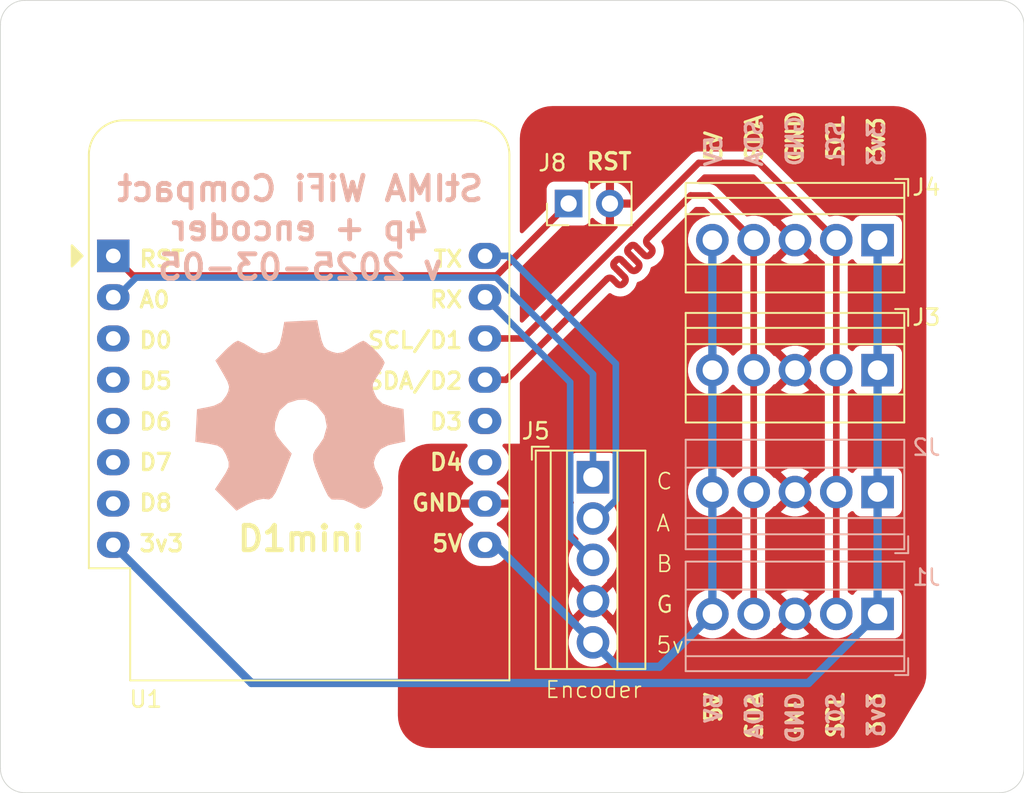
<source format=kicad_pcb>
(kicad_pcb (version 20241229) (generator "pcbnew") (generator_version "9.0")
  (layers (0 "F.Cu" signal) (2 "B.Cu" signal) (13 "F.Paste" user) (15 "B.Paste" user) (5 "F.SilkS" user "F.Silkscreen") (7 "B.SilkS" user "B.Silkscreen") (1 "F.Mask" user) (3 "B.Mask" user) (25 "Edge.Cuts" user))
  (net 0 "")
  (net 1 "3v3")
  (net 2 "SDA")
  (net 3 "SCL")
  (net 4 "GND")
  (net 5 "5v")
  (net 6 "enc A")
  (net 7 "enc CLK")
  (net 8 "Net-(J8-Pin_1)")
  (net 9 "enc B")
  (footprint "MountingHole:MountingHole_3.2mm_M3" (layer "F.Cu") (at 204.75 49.25)
    (property "Reference" "H1" (hide yes))
    (property "Value" "MountingHole" (hide yes))
    (pad "" np_thru_hole circle (at 0 0) (size 3.2 3.2) (drill 3.2) (layers "*.Cu" "*.Mask"))
  )
  (footprint "TerminalBlock:TerminalBlock_Xinya_XY308-2.54-5P_1x05_P2.54mm_Horizontal" (layer "F.Cu") (at 182 74.84 -90)
    (property "Reference" "J5" (at -2.84 3.52 0) (layer "F.SilkS"))
    (property "Value" "Screw_Terminal_01x05" (hide yes))
    (fp_line (start -1.88 3.76) (end -1.08 3.76) (stroke (width 0.12)) (layer "F.SilkS"))
    (fp_line (start -1.64 3.52) (end 11.8 3.52) (stroke (width 0.12)) (layer "F.SilkS"))
    (fp_line (start -1.88 2.72) (end -1.88 3.76) (stroke (width 0.12)) (layer "F.SilkS"))
    (fp_line (start -1.64 2.6) (end 11.8 2.6) (stroke (width 0.12)) (layer "F.SilkS"))
    (fp_line (start -1.64 1.6) (end 11.8 1.6) (stroke (width 0.12)) (layer "F.SilkS"))
    (fp_line (start -1.64 -1.501) (end 11.8 -1.501) (stroke (width 0.12)) (layer "F.SilkS"))
    (fp_line (start -1.64 -3.22) (end -1.64 3.52) (stroke (width 0.12)) (layer "F.SilkS"))
    (fp_line (start -1.64 -3.22) (end 11.8 -3.22) (stroke (width 0.12)) (layer "F.SilkS"))
    (fp_line (start 11.8 -3.22) (end 11.8 3.52) (stroke (width 0.12)) (layer "F.SilkS"))
    (pad "1" thru_hole rect (at 0 0 270) (size 2 2) (drill 1.2) (layers "*.Cu" "*.Mask") (net 7 "enc CLK"))
    (pad "2" thru_hole circle (at 2.54 0 270) (size 2 2) (drill 1.2) (layers "*.Cu" "*.Mask") (net 6 "enc A"))
    (pad "3" thru_hole circle (at 5.08 0 270) (size 2 2) (drill 1.2) (layers "*.Cu" "*.Mask") (net 9 "enc B"))
    (pad "4" thru_hole circle (at 7.62 0 270) (size 2 2) (drill 1.2) (layers "*.Cu" "*.Mask") (net 4 "GND"))
    (pad "5" thru_hole circle (at 10.16 0 270) (size 2 2) (drill 1.2) (layers "*.Cu" "*.Mask") (net 5 "5v"))
  )
  (footprint "MountingHole:MountingHole_3.2mm_M3" (layer "F.Cu") (at 149.25 49.25)
    (property "Reference" "H4" (hide yes))
    (property "Value" "MountingHole" (hide yes))
    (pad "" np_thru_hole circle (at 0 0) (size 3.2 3.2) (drill 3.2) (layers "*.Cu" "*.Mask"))
  )
  (footprint "RF_Module:WEMOS_D1_mini_light" (layer "F.Cu") (at 152.5 61.22)
    (property "Reference" "U1" (at 2 27.28 0) (layer "F.SilkS"))
    (property "Value" "WEMOS_D1_mini")
    (fp_line (start -1.5 19.22) (end -1.5 -6.21) (stroke (width 0.12)) (layer "F.SilkS"))
    (fp_line (start -1.5 19.22) (end 1.04 19.22) (stroke (width 0.12)) (layer "F.SilkS"))
    (fp_line (start 1.04 19.22) (end 1.04 26.12) (stroke (width 0.12)) (layer "F.SilkS"))
    (fp_line (start 1.04 26.12) (end 24.36 26.12) (stroke (width 0.12)) (layer "F.SilkS"))
    (fp_line (start 22.24 -8.34) (end 0.63 -8.34) (stroke (width 0.12)) (layer "F.SilkS"))
    (fp_line (start 24.36 26.12) (end 24.36 -6.21) (stroke (width 0.12)) (layer "F.SilkS"))
    (fp_arc (start -1.5 -6.21) (mid -0.876137 -7.716137) (end 0.63 -8.34) (stroke (width 0.12)) (layer "F.SilkS"))
    (fp_arc (start 22.23 -8.34) (mid 23.736137 -7.716137) (end 24.36 -6.21) (stroke (width 0.12)) (layer "F.SilkS"))
    (fp_poly (pts (xy -2.54 -0.635) (xy -2.54 0.635) (xy -1.905 0)) (stroke (width 0.15)) (fill yes) (layer "F.SilkS"))
    (pad "1" thru_hole rect (at 0 0) (size 2 2) (drill 0.9) (layers "*.Cu" "*.Mask") (net 8 "Net-(J8-Pin_1)"))
    (pad "2" thru_hole oval (at 0 2.54) (size 2 1.6) (drill 0.9) (layers "*.Cu" "*.Mask") (net 7 "enc CLK"))
    (pad "3" thru_hole oval (at 0 5.08) (size 2 1.6) (drill 0.9) (layers "*.Cu" "*.Mask"))
    (pad "4" thru_hole oval (at 0 7.62) (size 2 1.6) (drill 0.9) (layers "*.Cu" "*.Mask"))
    (pad "5" thru_hole oval (at 0 10.16) (size 2 1.6) (drill 0.9) (layers "*.Cu" "*.Mask"))
    (pad "6" thru_hole oval (at 0 12.7) (size 2 1.6) (drill 0.9) (layers "*.Cu" "*.Mask"))
    (pad "7" thru_hole oval (at 0 15.24) (size 2 1.6) (drill 0.9) (layers "*.Cu" "*.Mask"))
    (pad "8" thru_hole oval (at 0 17.78) (size 2 1.6) (drill 0.9) (layers "*.Cu" "*.Mask") (net 1 "3v3"))
    (pad "9" thru_hole oval (at 22.86 17.78) (size 2 1.6) (drill 0.9) (layers "*.Cu" "*.Mask") (net 5 "5v"))
    (pad "10" thru_hole oval (at 22.86 15.24) (size 2 1.6) (drill 0.9) (layers "*.Cu" "*.Mask") (net 4 "GND"))
    (pad "11" thru_hole oval (at 22.86 12.7) (size 2 1.6) (drill 0.9) (layers "*.Cu" "*.Mask"))
    (pad "12" thru_hole oval (at 22.86 10.16) (size 2 1.6) (drill 0.9) (layers "*.Cu" "*.Mask"))
    (pad "13" thru_hole oval (at 22.86 7.62) (size 2 1.6) (drill 0.9) (layers "*.Cu" "*.Mask") (net 2 "SDA"))
    (pad "14" thru_hole oval (at 22.86 5.08) (size 2 1.6) (drill 0.9) (layers "*.Cu" "*.Mask") (net 3 "SCL"))
    (pad "15" thru_hole oval (at 22.86 2.54) (size 2 1.6) (drill 0.9) (layers "*.Cu" "*.Mask") (net 9 "enc B"))
    (pad "16" thru_hole oval (at 22.86 0) (size 2 1.6) (drill 0.9) (layers "*.Cu" "*.Mask") (net 6 "enc A"))
    (zone (net 0) (net_name "") (layers "F.Cu" "B.Cu" "Dwgs.User") (name "No Copper") (connect_pads (clearance 0)) (min_thickness 0.25)
      (keepout (tracks not_allowed) (vias not_allowed) (pads not_allowed) (copperpour not_allowed) (footprints not_allowed))
      (fill (thermal_gap 0.5) (thermal_bridge_width 0.5))
      (polygon (pts (xy 151.15 53.02) (xy 176.75 53.02) (xy 176.75 59.82) (xy 151.15 59.82)))
    )
  )
  (footprint "TerminalBlock:TerminalBlock_Xinya_XY308-2.54-5P_1x05_P2.54mm_Horizontal" (layer "F.Cu") (at 199.5 60.25 180)
    (property "Reference" "J4" (at -3 3.25 0) (layer "F.SilkS"))
    (property "Value" "Screw_Terminal_01x05" (hide yes))
    (fp_line (start 11.8 -3.22) (end 11.8 3.52) (stroke (width 0.12)) (layer "F.SilkS"))
    (fp_line (start -1.64 3.52) (end 11.8 3.52) (stroke (width 0.12)) (layer "F.SilkS"))
    (fp_line (start -1.64 2.6) (end 11.8 2.6) (stroke (width 0.12)) (layer "F.SilkS"))
    (fp_line (start -1.64 1.6) (end 11.8 1.6) (stroke (width 0.12)) (layer "F.SilkS"))
    (fp_line (start -1.64 -1.501) (end 11.8 -1.501) (stroke (width 0.12)) (layer "F.SilkS"))
    (fp_line (start -1.64 -3.22) (end 11.8 -3.22) (stroke (width 0.12)) (layer "F.SilkS"))
    (fp_line (start -1.64 -3.22) (end -1.64 3.52) (stroke (width 0.12)) (layer "F.SilkS"))
    (fp_line (start -1.88 3.76) (end -1.08 3.76) (stroke (width 0.12)) (layer "F.SilkS"))
    (fp_line (start -1.88 2.72) (end -1.88 3.76) (stroke (width 0.12)) (layer "F.SilkS"))
    (pad "1" thru_hole rect (at 0 0 180) (size 2 2) (drill 1.2) (layers "*.Cu" "*.Mask") (net 1 "3v3"))
    (pad "2" thru_hole circle (at 2.54 0 180) (size 2 2) (drill 1.2) (layers "*.Cu" "*.Mask") (net 3 "SCL"))
    (pad "3" thru_hole circle (at 5.08 0 180) (size 2 2) (drill 1.2) (layers "*.Cu" "*.Mask") (net 4 "GND"))
    (pad "4" thru_hole circle (at 7.62 0 180) (size 2 2) (drill 1.2) (layers "*.Cu" "*.Mask") (net 2 "SDA"))
    (pad "5" thru_hole circle (at 10.16 0 180) (size 2 2) (drill 1.2) (layers "*.Cu" "*.Mask") (net 5 "5v"))
  )
  (footprint "Connector_PinHeader_2.54mm:PinHeader_1x02_P2.54mm_Vertical" (layer "F.Cu") (at 180.5 58 90)
    (property "Reference" "J8" (at 2.5 -1 180) (layer "F.SilkS"))
    (property "Value" "Conn_01x02" (hide yes))
    (fp_line (start -1.33 -1.33) (end 0 -1.33) (stroke (width 0.12)) (layer "F.SilkS"))
    (fp_line (start -1.33 0) (end -1.33 -1.33) (stroke (width 0.12)) (layer "F.SilkS"))
    (fp_line (start 1.33 1.27) (end 1.33 3.87) (stroke (width 0.12)) (layer "F.SilkS"))
    (fp_line (start -1.33 1.27) (end 1.33 1.27) (stroke (width 0.12)) (layer "F.SilkS"))
    (fp_line (start -1.33 1.27) (end -1.33 3.87) (stroke (width 0.12)) (layer "F.SilkS"))
    (fp_line (start -1.33 3.87) (end 1.33 3.87) (stroke (width 0.12)) (layer "F.SilkS"))
    (pad "1" thru_hole rect (at 0 0 90) (size 1.7 1.7) (drill 1) (layers "*.Cu" "*.Mask") (net 8 "Net-(J8-Pin_1)"))
    (pad "2" thru_hole oval (at 0 2.54 90) (size 1.7 1.7) (drill 1) (layers "*.Cu" "*.Mask") (net 4 "GND"))
  )
  (footprint "MountingHole:MountingHole_3.2mm_M3" (layer "F.Cu") (at 204.75 90.5)
    (property "Reference" "H2" (hide yes))
    (property "Value" "MountingHole" (hide yes))
    (pad "" np_thru_hole circle (at 0 0) (size 3.2 3.2) (drill 3.2) (layers "*.Cu" "*.Mask"))
  )
  (footprint "MountingHole:MountingHole_3.2mm_M3" (layer "F.Cu") (at 149.25 90.5)
    (property "Reference" "H3" (hide yes))
    (property "Value" "MountingHole" (hide yes))
    (pad "" np_thru_hole circle (at 0 0) (size 3.2 3.2) (drill 3.2) (layers "*.Cu" "*.Mask"))
  )
  (footprint "TerminalBlock:TerminalBlock_Xinya_XY308-2.54-5P_1x05_P2.54mm_Horizontal" (layer "F.Cu") (at 199.5 68.25 180)
    (property "Reference" "J3" (at -3 3.25 0) (layer "F.SilkS"))
    (property "Value" "Screw_Terminal_01x05" (hide yes))
    (fp_line (start 11.8 -3.22) (end 11.8 3.52) (stroke (width 0.12)) (layer "F.SilkS"))
    (fp_line (start -1.64 3.52) (end 11.8 3.52) (stroke (width 0.12)) (layer "F.SilkS"))
    (fp_line (start -1.64 2.6) (end 11.8 2.6) (stroke (width 0.12)) (layer "F.SilkS"))
    (fp_line (start -1.64 1.6) (end 11.8 1.6) (stroke (width 0.12)) (layer "F.SilkS"))
    (fp_line (start -1.64 -1.501) (end 11.8 -1.501) (stroke (width 0.12)) (layer "F.SilkS"))
    (fp_line (start -1.64 -3.22) (end 11.8 -3.22) (stroke (width 0.12)) (layer "F.SilkS"))
    (fp_line (start -1.64 -3.22) (end -1.64 3.52) (stroke (width 0.12)) (layer "F.SilkS"))
    (fp_line (start -1.88 3.76) (end -1.08 3.76) (stroke (width 0.12)) (layer "F.SilkS"))
    (fp_line (start -1.88 2.72) (end -1.88 3.76) (stroke (width 0.12)) (layer "F.SilkS"))
    (pad "1" thru_hole rect (at 0 0 180) (size 2 2) (drill 1.2) (layers "*.Cu" "*.Mask") (net 1 "3v3"))
    (pad "2" thru_hole circle (at 2.54 0 180) (size 2 2) (drill 1.2) (layers "*.Cu" "*.Mask") (net 3 "SCL"))
    (pad "3" thru_hole circle (at 5.08 0 180) (size 2 2) (drill 1.2) (layers "*.Cu" "*.Mask") (net 4 "GND"))
    (pad "4" thru_hole circle (at 7.62 0 180) (size 2 2) (drill 1.2) (layers "*.Cu" "*.Mask") (net 2 "SDA"))
    (pad "5" thru_hole circle (at 10.16 0 180) (size 2 2) (drill 1.2) (layers "*.Cu" "*.Mask") (net 5 "5v"))
  )
  (footprint "Stima.Library:ohlogo" (layer "B.Cu") (at 164 71 180)
    (property "Reference" "Open Hardvare Logo" (hide yes))
    (property "Value" "LOGO" (hide yes))
    (fp_poly (pts (xy -0.029664 5.777109) (xy 0.981776 5.723944) (xy 1.130032 4.908571) (xy 1.265862 4.371903) (xy 1.476243 4.069883) (xy 1.822621 3.887736) (xy 2.213072 3.783076) (xy 2.549361 3.84563) (xy 2.991787 4.106896) (xy 3.013731 4.121771) (xy 3.452716 4.392287) (xy 3.783165 4.547107) (xy 3.852207 4.561268) (xy 4.081277 4.442138) (xy 4.442611 4.140257) (xy 4.633535 3.952925) (xy 5.223165 3.344581) (xy 4.747653 2.533182) (xy 4.476487 2.043012) (xy 4.376255 1.723484) (xy 4.427564 1.442327) (xy 4.549912 1.184634) (xy 4.847529 0.789572) (xy 5.303519 0.565373) (xy 5.588841 0.497674) (xy 6.349999 0.347863) (xy 6.403001 -0.654164) (xy 6.456003 -1.656191) (xy 5.628167 -1.780333) (xy 5.094419 -1.893305) (xy 4.787392 -2.084388) (xy 4.576225 -2.442575) (xy 4.54419 -2.517505) (xy 4.404533 -2.910754) (xy 4.410194 -3.213188) (xy 4.586109 -3.5736) (xy 4.768611 -3.856714) (xy 5.249173 -4.582892) (xy 4.587903 -5.242854) (xy 3.926634 -5.902817) (xy 3.207911 -5.490684) (xy 2.697792 -5.258447) (xy 2.273915 -5.168586) (xy 2.164214 -5.181695) (xy 1.931179 -5.210719) (xy 1.728425 -5.097371) (xy 1.517606 -4.789493) (xy 1.260375 -4.234925) (xy 1.006598 -3.607098) (xy 0.526048 -2.384619) (xy 1.086854 -1.745897) (xy 1.437634 -1.290932) (xy 1.570743 -0.912287) (xy 1.545047 -0.474843) (xy 1.281507 0.250465) (xy 0.76672 0.721141) (xy 0.158284 0.917844) (xy -0.336311 0.933985) (xy -0.759543 0.752511) (xy -1.038418 0.538473) (xy -1.499541 -0.050373) (xy -1.630875 -0.728103) (xy -1.430286 -1.439988) (xy -1.132765 -1.881096) (xy -0.910461 -2.168341) (xy -0.79305 -2.432676) (xy -0.789703 -2.74666) (xy -0.909594 -3.182857) (xy -1.161896 -3.813827) (xy -1.464626 -4.506218) (xy -1.707369 -4.990439) (xy -1.917114 -5.20448) (xy -2.169277 -5.219087) (xy -2.213705 -5.208882) (xy -2.663906 -5.237036) (xy -3.186577 -5.461629) (xy -3.651455 -5.721763) (xy -3.962926 -5.783797) (xy -4.26624 -5.646576) (xy -4.526573 -5.450968) (xy -4.974558 -4.982728) (xy -5.098758 -4.491274) (xy -4.912215 -3.897056) (xy -4.811793 -3.711333) (xy -4.574496 -3.253039) (xy -4.518328 -2.933329) (xy -4.624834 -2.593888) (xy -4.670225 -2.496745) (xy -4.947692 -2.109262) (xy -5.39044 -1.88231) (xy -5.689598 -1.806648) (xy -6.455671 -1.645042) (xy -6.402836 -0.643733) (xy -6.350001 0.357576) (xy -5.61315 0.512303) (xy -5.063596 0.694182) (xy -4.728516 1.011567) (xy -4.607798 1.230082) (xy -4.453643 1.613813) (xy -4.467129 1.906898) (xy -4.669909 2.273889) (xy -4.763311 2.411942) (xy -5.029062 2.842793) (xy -5.176651 3.16561) (xy -5.187325 3.2243) (xy -5.066515 3.452221) (xy -4.771831 3.803066) (xy -4.40489 4.173509) (xy -4.067311 4.46022) (xy -3.872488 4.561268) (xy -3.653005 4.468771) (xy -3.264044 4.236768) (xy -3.102399 4.129802) (xy -2.637061 3.859563) (xy -2.274013 3.799198) (xy -1.956522 3.876442) (xy -1.647543 4.012935) (xy -1.449309 4.218123) (xy -1.307117 4.585678) (xy -1.166268 5.209269) (xy -1.159963 5.24049) (xy -1.041105 5.830274)) (fill yes) (layer "B.SilkS"))
  )
  (footprint "TerminalBlock:TerminalBlock_Xinya_XY308-2.54-5P_1x05_P2.54mm_Horizontal" (layer "B.Cu") (at 199.5 83.25 180)
    (property "Reference" "J1" (hide yes))
    (property "Value" "Screw_Terminal_01x05" (hide yes))
    (fp_line (start 11.8 3.22) (end 11.8 -3.52) (stroke (width 0.12)) (layer "B.SilkS"))
    (fp_line (start -1.64 3.22) (end 11.8 3.22) (stroke (width 0.12)) (layer "B.SilkS"))
    (fp_line (start -1.64 3.22) (end -1.64 -3.52) (stroke (width 0.12)) (layer "B.SilkS"))
    (fp_line (start -1.64 1.501) (end 11.8 1.501) (stroke (width 0.12)) (layer "B.SilkS"))
    (fp_line (start -1.64 -1.6) (end 11.8 -1.6) (stroke (width 0.12)) (layer "B.SilkS"))
    (fp_line (start -1.64 -2.6) (end 11.8 -2.6) (stroke (width 0.12)) (layer "B.SilkS"))
    (fp_line (start -1.64 -3.52) (end 11.8 -3.52) (stroke (width 0.12)) (layer "B.SilkS"))
    (fp_line (start -1.88 -2.72) (end -1.88 -3.76) (stroke (width 0.12)) (layer "B.SilkS"))
    (fp_line (start -1.88 -3.76) (end -1.08 -3.76) (stroke (width 0.12)) (layer "B.SilkS"))
    (pad "1" thru_hole rect (at 0 0 180) (size 2 2) (drill 1.2) (layers "*.Cu" "*.Mask") (net 1 "3v3"))
    (pad "2" thru_hole circle (at 2.54 0 180) (size 2 2) (drill 1.2) (layers "*.Cu" "*.Mask") (net 3 "SCL"))
    (pad "3" thru_hole circle (at 5.08 0 180) (size 2 2) (drill 1.2) (layers "*.Cu" "*.Mask") (net 4 "GND"))
    (pad "4" thru_hole circle (at 7.62 0 180) (size 2 2) (drill 1.2) (layers "*.Cu" "*.Mask") (net 2 "SDA"))
    (pad "5" thru_hole circle (at 10.16 0 180) (size 2 2) (drill 1.2) (layers "*.Cu" "*.Mask") (net 5 "5v"))
  )
  (footprint "TerminalBlock:TerminalBlock_Xinya_XY308-2.54-5P_1x05_P2.54mm_Horizontal" (layer "B.Cu") (at 199.5 75.75 180)
    (property "Reference" "J2" (at -3 2.75 0) (layer "B.SilkS") (effects (justify mirror)))
    (property "Value" "Screw_Terminal_01x05" (hide yes))
    (fp_line (start 11.8 3.22) (end 11.8 -3.52) (stroke (width 0.12)) (layer "B.SilkS"))
    (fp_line (start -1.64 3.22) (end 11.8 3.22) (stroke (width 0.12)) (layer "B.SilkS"))
    (fp_line (start -1.64 3.22) (end -1.64 -3.52) (stroke (width 0.12)) (layer "B.SilkS"))
    (fp_line (start -1.64 1.501) (end 11.8 1.501) (stroke (width 0.12)) (layer "B.SilkS"))
    (fp_line (start -1.64 -1.6) (end 11.8 -1.6) (stroke (width 0.12)) (layer "B.SilkS"))
    (fp_line (start -1.64 -2.6) (end 11.8 -2.6) (stroke (width 0.12)) (layer "B.SilkS"))
    (fp_line (start -1.64 -3.52) (end 11.8 -3.52) (stroke (width 0.12)) (layer "B.SilkS"))
    (fp_line (start -1.88 -2.72) (end -1.88 -3.76) (stroke (width 0.12)) (layer "B.SilkS"))
    (fp_line (start -1.88 -3.76) (end -1.08 -3.76) (stroke (width 0.12)) (layer "B.SilkS"))
    (pad "1" thru_hole rect (at 0 0 180) (size 2 2) (drill 1.2) (layers "*.Cu" "*.Mask") (net 1 "3v3"))
    (pad "2" thru_hole circle (at 2.54 0 180) (size 2 2) (drill 1.2) (layers "*.Cu" "*.Mask") (net 3 "SCL"))
    (pad "3" thru_hole circle (at 5.08 0 180) (size 2 2) (drill 1.2) (layers "*.Cu" "*.Mask") (net 4 "GND"))
    (pad "4" thru_hole circle (at 7.62 0 180) (size 2 2) (drill 1.2) (layers "*.Cu" "*.Mask") (net 2 "SDA"))
    (pad "5" thru_hole circle (at 10.16 0 180) (size 2 2) (drill 1.2) (layers "*.Cu" "*.Mask") (net 5 "5v"))
  )
  (gr_line (start 208.5 47) (end 208.5 92.75) (stroke (width 0.05)) (layer "Edge.Cuts"))
  (gr_arc (start 208.5 92.75) (mid 208.06066 93.81066) (end 207 94.25) (stroke (width 0.05)) (layer "Edge.Cuts"))
  (gr_arc (start 145.56066 47) (mid 146 45.93934) (end 147.06066 45.5) (stroke (width 0.05)) (layer "Edge.Cuts"))
  (gr_line (start 145.56066 92.75) (end 145.560661 47) (stroke (width 0.05)) (layer "Edge.Cuts"))
  (gr_arc (start 147.06066 94.25) (mid 146 93.81066) (end 145.56066 92.75) (stroke (width 0.05)) (layer "Edge.Cuts"))
  (gr_arc (start 207 45.5) (mid 208.06066 45.93934) (end 208.5 47) (stroke (width 0.05)) (layer "Edge.Cuts"))
  (gr_line (start 147.06066 45.5) (end 207 45.5) (stroke (width 0.05)) (layer "Edge.Cuts"))
  (gr_line (start 207 94.25) (end 147.06066 94.25) (stroke (width 0.05)) (layer "Edge.Cuts"))
  (gr_text "D3" (at 171.857143 72 0) (layer "F.SilkS") (effects (font (size 1 1) (thickness 0.2) (bold yes)) (justify left bottom)))
  (gr_text "GND" (at 195 91.285714 90) (layer "F.SilkS") (effects (font (size 1 1) (thickness 0.2) (bold yes)) (justify left bottom)))
  (gr_text "GND" (at 195 55.5 90) (layer "F.SilkS") (effects (font (size 1 1) (thickness 0.2) (bold yes)) (justify left bottom)))
  (gr_text "D5" (at 154 69.5 0) (layer "F.SilkS") (effects (font (size 1 1) (thickness 0.2) (bold yes)) (justify left bottom)))
  (gr_text "D0" (at 154 67 0) (layer "F.SilkS") (effects (font (size 1 1) (thickness 0.2) (bold yes)) (justify left bottom)))
  (gr_text "A" (at 185.823953 78.254976 0) (layer "F.SilkS") (effects (font (size 1 1) (thickness 0.1)) (justify left bottom)))
  (gr_text "Encoder" (at 179 88.5 0) (layer "F.SilkS") (effects (font (size 1 1) (thickness 0.1)) (justify left bottom)))
  (gr_text "3v3" (at 200 90.904762 90) (layer "F.SilkS") (effects (font (size 1 1) (thickness 0.2) (bold yes)) (justify left bottom)))
  (gr_text "D1mini" (at 160 79.5 0) (layer "F.SilkS") (effects (font (size 1.5 1.5) (thickness 0.3) (bold yes)) (justify left bottom)))
  (gr_text "SDA" (at 192.5 91.047619 90) (layer "F.SilkS") (effects (font (size 1 1) (thickness 0.2) (bold yes)) (justify left bottom)))
  (gr_text "D8" (at 154 77 0) (layer "F.SilkS") (effects (font (size 1 1) (thickness 0.2) (bold yes)) (justify left bottom)))
  (gr_text "TX" (at 172.095238 62 0) (layer "F.SilkS") (effects (font (size 1 1) (thickness 0.2) (bold yes)) (justify left bottom)))
  (gr_text "A0" (at 154 64.5 0) (layer "F.SilkS") (effects (font (size 1 1) (thickness 0.2) (bold yes)) (justify left bottom)))
  (gr_text "B" (at 185.823953 80.754976 0) (layer "F.SilkS") (effects (font (size 1 1) (thickness 0.1)) (justify left bottom)))
  (gr_text "C" (at 185.823953 75.673469 0) (layer "F.SilkS") (effects (font (size 1 1) (thickness 0.1)) (justify left bottom)))
  (gr_text "RX" (at 171.857143 64.5 0) (layer "F.SilkS") (effects (font (size 1 1) (thickness 0.2) (bold yes)) (justify left bottom)))
  (gr_text "5V" (at 172 79.5 0) (layer "F.SilkS") (effects (font (size 1 1) (thickness 0.2) (bold yes)) (justify left bottom)))
  (gr_text "SCL/D1" (at 168.047619 67 0) (layer "F.SilkS") (effects (font (size 1 1) (thickness 0.2) (bold yes)) (justify left bottom)))
  (gr_text "D6" (at 154 72 0) (layer "F.SilkS") (effects (font (size 1 1) (thickness 0.2) (bold yes)) (justify left bottom)))
  (gr_text "RST" (at 181.5 56 0) (layer "F.SilkS") (effects (font (size 1 1) (thickness 0.2) (bold yes)) (justify left bottom)))
  (gr_text "GND" (at 170.761905 77 0) (layer "F.SilkS") (effects (font (size 1 1) (thickness 0.2) (bold yes)) (justify left bottom)))
  (gr_text "D7" (at 154 74.5 0) (layer "F.SilkS") (effects (font (size 1 1) (thickness 0.2) (bold yes)) (justify left bottom)))
  (gr_text "3v3" (at 154 79.5 0) (layer "F.SilkS") (effects (font (size 1 1) (thickness 0.2) (bold yes)) (justify left bottom)))
  (gr_text "RST" (at 154 62 0) (layer "F.SilkS") (effects (font (size 1 1) (thickness 0.2) (bold yes)) (justify left bottom)))
  (gr_text "D4" (at 171.857143 74.5 0) (layer "F.SilkS") (effects (font (size 1 1) (thickness 0.2) (bold yes)) (justify left bottom)))
  (gr_text "SDA/D2" (at 168 69.5 0) (layer "F.SilkS") (effects (font (size 1 1) (thickness 0.2) (bold yes)) (justify left bottom)))
  (gr_text "SCL" (at 197.5 91 90) (layer "F.SilkS") (effects (font (size 1 1) (thickness 0.2) (bold yes)) (justify left bottom)))
  (gr_text "5v" (at 185.823953 85.754976 0) (layer "F.SilkS") (effects (font (size 1 1) (thickness 0.1)) (justify left bottom)))
  (gr_text "5V" (at 190 55.5 90) (layer "F.SilkS") (effects (font (size 1 1) (thickness 0.2) (bold yes)) (justify left bottom)))
  (gr_text "SDA" (at 192.5 55.5 90) (layer "F.SilkS") (effects (font (size 1 1) (thickness 0.2) (bold yes)) (justify left bottom)))
  (gr_text "SCL" (at 197.5 55.5 90) (layer "F.SilkS") (effects (font (size 1 1) (thickness 0.2) (bold yes)) (justify left bottom)))
  (gr_text "3v3" (at 200 55.5 90) (layer "F.SilkS") (effects (font (size 1 1) (thickness 0.2) (bold yes)) (justify left bottom)))
  (gr_text "5V" (at 190 90.047619 90) (layer "F.SilkS") (effects (font (size 1 1) (thickness 0.2) (bold yes)) (justify left bottom)))
  (gr_text "G" (at 185.823953 83.254976 0) (layer "F.SilkS") (effects (font (size 1 1) (thickness 0.125)) (justify left bottom)))
  (gr_text "5V" (at 190 88 90) (layer "B.SilkS") (effects (font (size 1 1) (thickness 0.2) (bold yes)) (justify left bottom mirror)))
  (gr_text "3v3" (at 200 88 90) (layer "B.SilkS") (effects (font (size 1 1) (thickness 0.2) (bold yes)) (justify left bottom mirror)))
  (gr_text "SDA" (at 192.5 88 90) (layer "B.SilkS") (effects (font (size 1 1) (thickness 0.2) (bold yes)) (justify left bottom mirror)))
  (gr_text "SCL" (at 197.5 52.785714 90) (layer "B.SilkS") (effects (font (size 1 1) (thickness 0.2) (bold yes)) (justify left bottom mirror)))
  (gr_text "5V" (at 190 53.738095 90) (layer "B.SilkS") (effects (font (size 1 1) (thickness 0.2) (bold yes)) (justify left bottom mirror)))
  (gr_text "J1" (at 202.5 81 0) (layer "B.SilkS") (effects (font (size 1 1)) (justify mirror)))
  (gr_text "StIMA WiFi Compact\n4p + encoder\nv 2025-03-05" (at 164 59.5 0) (layer "B.SilkS") (effects (font (size 1.5 1.5) (thickness 0.3) (bold yes)) (justify mirror)))
  (gr_text "GND" (at 195 88 90) (layer "B.SilkS") (effects (font (size 1 1) (thickness 0.2) (bold yes)) (justify left bottom mirror)))
  (gr_text "SCL" (at 197.5 88 90) (layer "B.SilkS") (effects (font (size 1 1) (thickness 0.2) (bold yes)) (justify left bottom mirror)))
  (gr_text "SDA" (at 192.5 52.738095 90) (layer "B.SilkS") (effects (font (size 1 1) (thickness 0.2) (bold yes)) (justify left bottom mirror)))
  (gr_text "GND" (at 195 52.5 90) (layer "B.SilkS") (effects (font (size 1 1) (thickness 0.2) (bold yes)) (justify left bottom mirror)))
  (gr_text "3v3" (at 200 52.880952 90) (layer "B.SilkS") (effects (font (size 1 1) (thickness 0.2) (bold yes)) (justify left bottom mirror)))
  (segment (start 199.5 83.25) (end 199.5 75.75) (width 0.508) (layer "B.Cu") (net 1))
  (segment (start 195.25 87.5) (end 199.5 83.25) (width 0.508) (layer "B.Cu") (net 1))
  (segment (start 199.5 75.75) (end 199.5 68.25) (width 0.508) (layer "B.Cu") (net 1))
  (segment (start 152.5 79) (end 161 87.5) (width 0.508) (layer "B.Cu") (net 1))
  (segment (start 199.5 68.25) (end 199.5 60.25) (width 0.508) (layer "B.Cu") (net 1))
  (segment (start 161 87.5) (end 195.25 87.5) (width 0.508) (layer "B.Cu") (net 1))
  (segment (start 185.43101 60.068989) (end 185.633864 59.866136) (width 0.4064) (layer "F.Cu") (net 2))
  (segment (start 185.633864 59.866136) (end 188 57.5) (width 0.4064) (layer "F.Cu") (net 2))
  (segment (start 185.495 61.162074) (end 185.580758 61.076315) (width 0.4064) (layer "F.Cu") (net 2))
  (segment (start 185.580758 60.733283) (end 185.345251 60.497776) (width 0.4064) (layer "F.Cu") (net 2))
  (segment (start 184.916462 60.926568) (end 185.151968 61.162074) (width 0.4064) (layer "F.Cu") (net 2))
  (segment (start 183.887368 61.612635) (end 183.887366 61.612634) (width 0.4064) (layer "F.Cu") (net 2))
  (segment (start 184.172472 60.752792) (end 184.313896 60.611369) (width 0.4064) (layer "F.Cu") (net 2))
  (segment (start 183.630088 62.212939) (end 183.458573 62.041424) (width 0.4064) (layer "F.Cu") (net 2))
  (segment (start 191.88 75.75) (end 191.88 83.25) (width 0.4064) (layer "F.Cu") (net 2))
  (segment (start 176.66 68.84) (end 182.85827 62.64173) (width 0.4064) (layer "F.Cu") (net 2))
  (segment (start 184.689592 62.071828) (end 184.77535 61.986069) (width 0.4064) (layer "F.Cu") (net 2))
  (segment (start 183.314891 61.610373) (end 183.456315 61.46895) (width 0.4064) (layer "F.Cu") (net 2))
  (segment (start 183.93082 62.513671) (end 183.630088 62.212939) (width 0.4064) (layer "F.Cu") (net 2))
  (segment (start 184.744949 60.755054) (end 184.744947 60.755053) (width 0.4064) (layer "F.Cu") (net 2))
  (segment (start 184.77535 61.643037) (end 184.316155 61.183842) (width 0.4064) (layer "F.Cu") (net 2))
  (segment (start 183.845063 62.942461) (end 183.93082 62.856703) (width 0.4064) (layer "F.Cu") (net 2))
  (segment (start 185.345251 60.154745) (end 185.43101 60.068989) (width 0.4064) (layer "F.Cu") (net 2))
  (segment (start 175.36 68.84) (end 176.66 68.84) (width 0.4064) (layer "F.Cu") (net 2))
  (segment (start 184.316155 61.183842) (end 184.316156 61.183844) (width 0.4064) (layer "F.Cu") (net 2))
  (segment (start 184.744947 60.755053) (end 184.916462 60.926568) (width 0.4064) (layer "F.Cu") (net 2))
  (segment (start 183.887366 61.612634) (end 184.34656 62.071828) (width 0.4064) (layer "F.Cu") (net 2))
  (segment (start 183.458573 62.041424) (end 183.458575 62.041425) (width 0.4064) (layer "F.Cu") (net 2))
  (segment (start 191.88 68.25) (end 191.88 75.75) (width 0.4064) (layer "F.Cu") (net 2))
  (segment (start 184.316156 61.183844) (end 184.172472 61.04016) (width 0.4064) (layer "F.Cu") (net 2))
  (segment (start 184.601264 60.611369) (end 184.744949 60.755054) (width 0.4064) (layer "F.Cu") (net 2))
  (segment (start 188 57.5) (end 189.13 57.5) (width 0.4064) (layer "F.Cu") (net 2))
  (segment (start 189.13 57.5) (end 191.88 60.25) (width 0.4064) (layer "F.Cu") (net 2))
  (segment (start 183.201301 62.64173) (end 183.502032 62.942461) (width 0.4064) (layer "F.Cu") (net 2))
  (segment (start 183.743683 61.46895) (end 183.887368 61.612635) (width 0.4064) (layer "F.Cu") (net 2))
  (segment (start 191.88 60.25) (end 191.88 68.25) (width 0.4064) (layer "F.Cu") (net 2))
  (segment (start 183.458575 62.041425) (end 183.314891 61.897741) (width 0.4064) (layer "F.Cu") (net 2))
  (arc (start 184.34656 62.071828) (mid 184.518076 62.142872) (end 184.689592 62.071828) (width 0.4064) (layer "F.Cu") (net 2))
  (arc (start 183.456315 61.46895) (mid 183.599999 61.409434) (end 183.743683 61.46895) (width 0.4064) (layer "F.Cu") (net 2))
  (arc (start 183.502032 62.942461) (mid 183.673548 63.013505) (end 183.845063 62.942461) (width 0.4064) (layer "F.Cu") (net 2))
  (arc (start 185.580758 61.076315) (mid 185.651802 60.904799) (end 185.580758 60.733283) (width 0.4064) (layer "F.Cu") (net 2))
  (arc (start 185.151968 61.162074) (mid 185.323484 61.233118) (end 185.495 61.162074) (width 0.4064) (layer "F.Cu") (net 2))
  (arc (start 183.314891 61.897741) (mid 183.255375 61.754057) (end 183.314891 61.610373) (width 0.4064) (layer "F.Cu") (net 2))
  (arc (start 182.85827 62.64173) (mid 183.029785 62.570686) (end 183.201301 62.64173) (width 0.4064) (layer "F.Cu") (net 2))
  (arc (start 184.172472 61.04016) (mid 184.112956 60.896476) (end 184.172472 60.752792) (width 0.4064) (layer "F.Cu") (net 2))
  (arc (start 184.313896 60.611369) (mid 184.45758 60.551853) (end 184.601264 60.611369) (width 0.4064) (layer "F.Cu") (net 2))
  (arc (start 185.345251 60.497776) (mid 185.274206 60.326261) (end 185.345251 60.154745) (width 0.4064) (layer "F.Cu") (net 2))
  (arc (start 184.77535 61.986069) (mid 184.846394 61.814553) (end 184.77535 61.643037) (width 0.4064) (layer "F.Cu") (net 2))
  (arc (start 183.93082 62.856703) (mid 184.001864 62.685187) (end 183.93082 62.513671) (width 0.4064) (layer "F.Cu") (net 2))
  (segment (start 188.5 55.5) (end 192.21 55.5) (width 0.4064) (layer "F.Cu") (net 3))
  (segment (start 196.96 68.25) (end 196.96 60.25) (width 0.4064) (layer "F.Cu") (net 3))
  (segment (start 177.7 66.3) (end 188.5 55.5) (width 0.4064) (layer "F.Cu") (net 3))
  (segment (start 196.96 75.75) (end 196.96 68.25) (width 0.4064) (layer "F.Cu") (net 3))
  (segment (start 192.21 55.5) (end 196.96 60.25) (width 0.4064) (layer "F.Cu") (net 3))
  (segment (start 175.36 66.3) (end 177.7 66.3) (width 0.4064) (layer "F.Cu") (net 3))
  (segment (start 196.96 83.25) (end 196.96 75.75) (width 0.4064) (layer "F.Cu") (net 3))
  (segment (start 175.36 79) (end 176 79) (width 0.508) (layer "B.Cu") (net 5))
  (segment (start 182 85) (end 183.5 86.5) (width 0.508) (layer "B.Cu") (net 5))
  (segment (start 189.34 75.75) (end 189.34 68.25) (width 0.508) (layer "B.Cu") (net 5))
  (segment (start 189.34 68.25) (end 189.34 60.25) (width 0.508) (layer "B.Cu") (net 5))
  (segment (start 189.34 83.25) (end 189.34 75.75) (width 0.508) (layer "B.Cu") (net 5))
  (segment (start 186.09 86.5) (end 189.34 83.25) (width 0.508) (layer "B.Cu") (net 5))
  (segment (start 176 79) (end 182 85) (width 0.508) (layer "B.Cu") (net 5))
  (segment (start 183.5 86.5) (end 186.09 86.5) (width 0.508) (layer "B.Cu") (net 5))
  (segment (start 183.4042 76.2442) (end 182.2684 77.38) (width 0.4064) (layer "B.Cu") (net 6))
  (segment (start 175.36 61.22) (end 176.7664 61.22) (width 0.4064) (layer "B.Cu") (net 6))
  (segment (start 183.4042 67.8578) (end 183.4042 76.2442) (width 0.4064) (layer "B.Cu") (net 6))
  (segment (start 176.7664 61.22) (end 183.4042 67.8578) (width 0.4064) (layer "B.Cu") (net 6))
  (segment (start 182.2684 77.38) (end 182 77.38) (width 0.4064) (layer "B.Cu") (net 6))
  (segment (start 152.7 63.76) (end 153.9042 62.5558) (width 0.4064) (layer "B.Cu") (net 7))
  (segment (start 182 68.497004) (end 182 74.84) (width 0.4064) (layer "B.Cu") (net 7))
  (segment (start 176.058796 62.5558) (end 182 68.497004) (width 0.4064) (layer "B.Cu") (net 7))
  (segment (start 152.5 63.76) (end 152.7 63.76) (width 0.4064) (layer "B.Cu") (net 7))
  (segment (start 153.9042 62.5558) (end 176.058796 62.5558) (width 0.4064) (layer "B.Cu") (net 7))
  (segment (start 176.0758 62.4242) (end 180.5 58) (width 0.4064) (layer "F.Cu") (net 8))
  (segment (start 153.7042 62.4242) (end 176.0758 62.4242) (width 0.4064) (layer "F.Cu") (net 8))
  (segment (start 152.5 61.22) (end 153.7042 62.4242) (width 0.4064) (layer "F.Cu") (net 8))
  (segment (start 175.36 63.76) (end 180.5958 68.9958) (width 0.4064) (layer "B.Cu") (net 9))
  (segment (start 180.5958 68.9958) (end 180.5958 78.5158) (width 0.4064) (layer "B.Cu") (net 9))
  (segment (start 180.5958 78.5158) (end 182 79.92) (width 0.4064) (layer "B.Cu") (net 9))
  (zone (net 4) (net_name "GND") (layer "F.Cu") (connect_pads (clearance 0.5)) (min_thickness 0.25) (fill yes (thermal_gap 0.5) (thermal_bridge_width 0.5) (smoothing fillet) (radius 2))
    (polygon (pts (xy 169.997943 91.5) (xy 170.023618 72.773861) (xy 177.5 72.773443) (xy 177.5 52) (xy 202.5 52) (xy 202.5 87.5) (xy 200.1 91.5)))
  )
)
</source>
